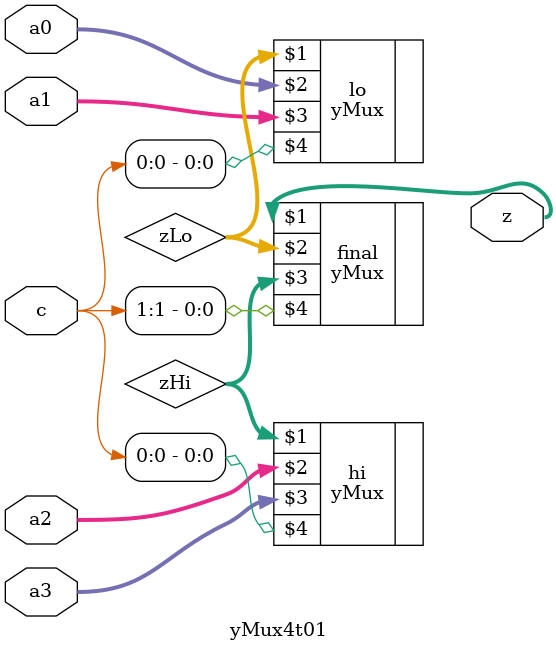
<source format=v>


module yMux4t01(z, a0,a1,a2,a3, c);
parameter SIZE = 2;
output [SIZE-1:0] z;
input [SIZE-1:0] a0, a1, a2, a3;
input [1:0] c;
wire [SIZE-1:0] zLo, zHi;
yMux #(SIZE) lo(zLo, a0, a1, c[0]);
yMux #(SIZE) hi(zHi, a2, a3, c[0]);
yMux #(SIZE) final(z, zLo, zHi, c[1]);
endmodule

</source>
